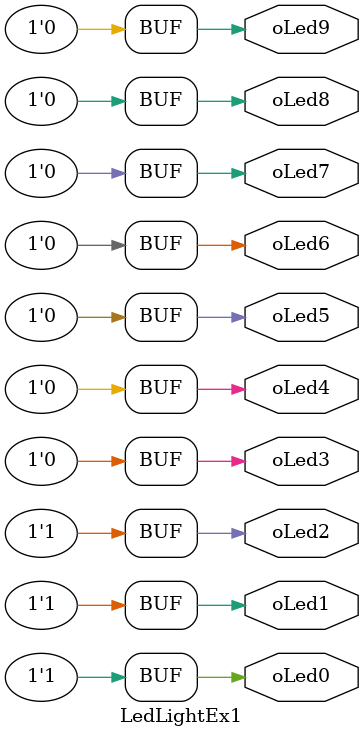
<source format=v>
/* 範例1:讓LED[2]、LED[1]跟LED[0]亮，其他都是暗 */
module LedLightEx1(
        oLed0, /* 輸出訊號給LED0 */
        oLed1, /* 輸出訊號給LED1 */
        oLed2, /* 輸出訊號給LED2 */
        oLed3, /* 輸出訊號給LED3 */
        oLed4, /* 輸出訊號給LED4 */
        oLed5, /* 輸出訊號給LED5 */
        oLed6, /* 輸出訊號給LED6 */
        oLed7, /* 輸出訊號給LED7 */
        oLed8, /* 輸出訊號給LED8 */
        oLed9 /* 輸出訊號給LED9 */
);
output             oLed0;  /* 輸出訊號給LED0 */
output             oLed1;  /* 輸出訊號給LED1 */
output             oLed2;  /* 輸出訊號給LED2 */
output             oLed3;  /* 輸出訊號給LED3 */
output             oLed4;  /* 輸出訊號給LED4 */
output             oLed5;  /* 輸出訊號給LED5 */
output             oLed6;  /* 輸出訊號給LED6 */
output             oLed7;  /* 輸出訊號給LED7 */
output             oLed8;  /* 輸出訊號給LED8 */
output             oLed9;  /* 輸出訊號給LED9 */

/* 直接設定每隻LED腳位亮或滅 */
assign oLed0 = 1;    /* 亮 */
assign oLed1 = 1;    /* 亮 */
assign oLed2 = 1;    /* 亮 */
assign oLed3 = 0;    /* 暗 */
assign oLed4 = 0;    /* 暗 */
assign oLed5 = 0;    /* 暗 */
assign oLed6 = 0;    /* 暗 */
assign oLed7 = 0;    /* 暗 */
assign oLed8 = 0;    /* 暗 */
assign oLed9 = 0;    /* 暗 */

endmodule
</source>
